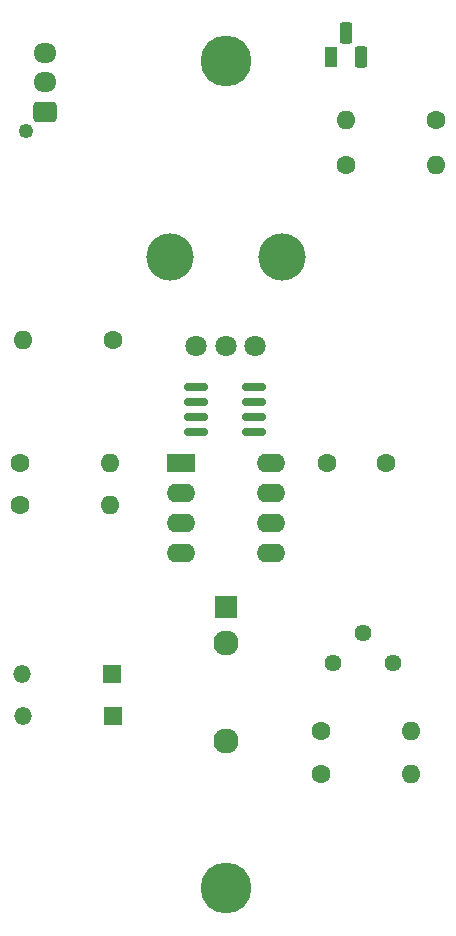
<source format=gbr>
%TF.GenerationSoftware,KiCad,Pcbnew,6.0.7*%
%TF.CreationDate,2023-06-08T16:58:43+12:00*%
%TF.ProjectId,_rotary_,5f726f74-6172-4795-9f2e-6b696361645f,v0_1_2*%
%TF.SameCoordinates,Original*%
%TF.FileFunction,Soldermask,Top*%
%TF.FilePolarity,Negative*%
%FSLAX46Y46*%
G04 Gerber Fmt 4.6, Leading zero omitted, Abs format (unit mm)*
G04 Created by KiCad (PCBNEW 6.0.7) date 2023-06-08 16:58:43*
%MOMM*%
%LPD*%
G01*
G04 APERTURE LIST*
G04 Aperture macros list*
%AMRoundRect*
0 Rectangle with rounded corners*
0 $1 Rounding radius*
0 $2 $3 $4 $5 $6 $7 $8 $9 X,Y pos of 4 corners*
0 Add a 4 corners polygon primitive as box body*
4,1,4,$2,$3,$4,$5,$6,$7,$8,$9,$2,$3,0*
0 Add four circle primitives for the rounded corners*
1,1,$1+$1,$2,$3*
1,1,$1+$1,$4,$5*
1,1,$1+$1,$6,$7*
1,1,$1+$1,$8,$9*
0 Add four rect primitives between the rounded corners*
20,1,$1+$1,$2,$3,$4,$5,0*
20,1,$1+$1,$4,$5,$6,$7,0*
20,1,$1+$1,$6,$7,$8,$9,0*
20,1,$1+$1,$8,$9,$2,$3,0*%
G04 Aperture macros list end*
%ADD10R,1.930000X1.830000*%
%ADD11C,2.130000*%
%ADD12C,1.600000*%
%ADD13C,4.300000*%
%ADD14O,1.600000X1.600000*%
%ADD15R,2.400000X1.600000*%
%ADD16RoundRect,0.150000X0.825000X0.150000X-0.825000X0.150000X-0.825000X-0.150000X0.825000X-0.150000X0*%
%ADD17O,2.400000X1.600000*%
%ADD18R,1.100000X1.800000*%
%ADD19RoundRect,0.275000X-0.275000X-0.625000X0.275000X-0.625000X0.275000X0.625000X-0.275000X0.625000X0*%
%ADD20C,1.440000*%
%ADD21C,4.000000*%
%ADD22C,1.800000*%
%ADD23R,1.500000X1.500000*%
%ADD24O,1.500000X1.500000*%
%ADD25C,1.250000*%
%ADD26RoundRect,0.250000X0.725000X-0.600000X0.725000X0.600000X-0.725000X0.600000X-0.725000X-0.600000X0*%
%ADD27O,1.950000X1.700000*%
G04 APERTURE END LIST*
D10*
%TO.C,J1*%
X100000000Y-111200000D03*
D11*
X100000000Y-122600000D03*
X100000000Y-114300000D03*
%TD*%
D12*
%TO.C,C1*%
X113600000Y-99000000D03*
X108600000Y-99000000D03*
%TD*%
D13*
%TO.C,REF\u002A\u002A*%
X100000000Y-135050000D03*
%TD*%
D12*
%TO.C,R3*%
X108050000Y-121750000D03*
D14*
X115670000Y-121750000D03*
%TD*%
D15*
%TO.C,U1*%
X96175000Y-99025000D03*
D16*
X102400000Y-96430000D03*
X102400000Y-95160000D03*
D17*
X96175000Y-101565000D03*
D16*
X102400000Y-93890000D03*
D17*
X96175000Y-104105000D03*
X96175000Y-106645000D03*
D16*
X102400000Y-92620000D03*
D17*
X103795000Y-106645000D03*
D16*
X97450000Y-92620000D03*
X97450000Y-93890000D03*
D17*
X103795000Y-104105000D03*
X103795000Y-101565000D03*
D16*
X97450000Y-95160000D03*
X97450000Y-96430000D03*
D17*
X103795000Y-99025000D03*
%TD*%
D13*
%TO.C,REF\u002A\u002A*%
X100050000Y-65000000D03*
%TD*%
D12*
%TO.C,R1*%
X82600000Y-99000000D03*
D14*
X90220000Y-99000000D03*
%TD*%
D18*
%TO.C,U2*%
X108900000Y-64700000D03*
D19*
X110170000Y-62630000D03*
X111440000Y-64700000D03*
%TD*%
D12*
%TO.C,R5*%
X90410000Y-88600000D03*
D14*
X82790000Y-88600000D03*
%TD*%
D20*
%TO.C,RV2*%
X114150000Y-115975000D03*
X111610000Y-113435000D03*
X109070000Y-115975000D03*
%TD*%
D12*
%TO.C,R6*%
X117810000Y-70000000D03*
D14*
X110190000Y-70000000D03*
%TD*%
D21*
%TO.C,RV1*%
X95250000Y-81625000D03*
X104750000Y-81625000D03*
D22*
X102500000Y-89125000D03*
X100000000Y-89125000D03*
X97500000Y-89125000D03*
%TD*%
D12*
%TO.C,R4*%
X108050000Y-125350000D03*
D14*
X115670000Y-125350000D03*
%TD*%
D23*
%TO.C,D2*%
X90415000Y-120500000D03*
D24*
X82795000Y-120500000D03*
%TD*%
D23*
%TO.C,D1*%
X90400000Y-116900000D03*
D24*
X82780000Y-116900000D03*
%TD*%
D12*
%TO.C,R2*%
X82600000Y-102600000D03*
D14*
X90220000Y-102600000D03*
%TD*%
D12*
%TO.C,R7*%
X110190000Y-73800000D03*
D14*
X117810000Y-73800000D03*
%TD*%
D25*
%TO.C,J2*%
X83100000Y-70900000D03*
D26*
X84700000Y-69300000D03*
D27*
X84700000Y-66800000D03*
X84700000Y-64300000D03*
%TD*%
M02*

</source>
